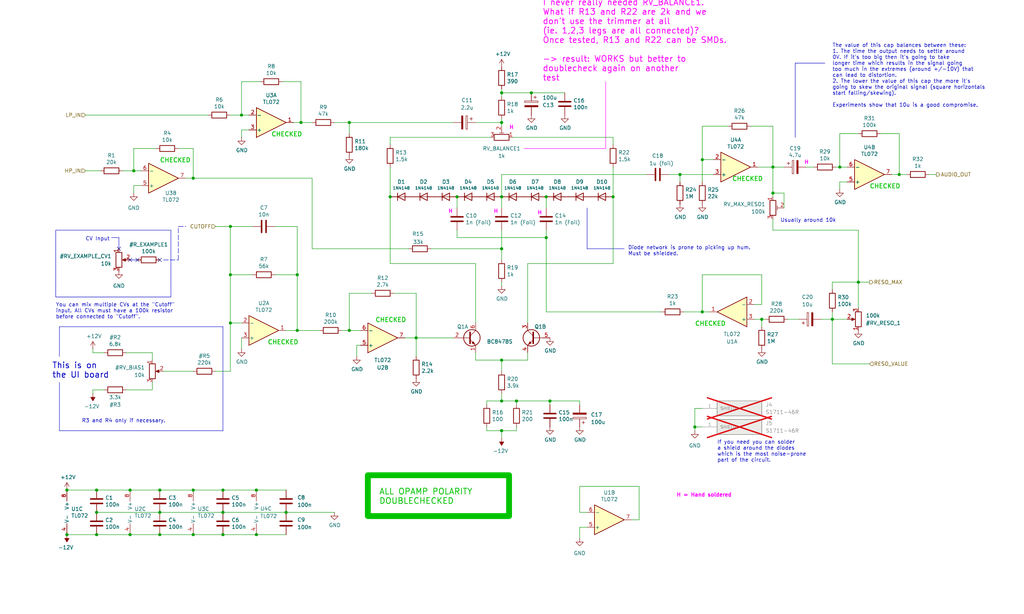
<source format=kicad_sch>
(kicad_sch (version 20250114) (generator "eeschema") (generator_version "9.0")
  (paper "User" 350 210)
  (title_block (title "Steiner-Parker VCF") (date "2025-12-11") (company "Shmøergh"))
  (rectangle (start 125.73 162.56) (end 173.99 176.53) (stroke (width 2) (color 0 194 0 1)))
  (rectangle (start 19.05 78.74) (end 58.42 101.6))
  (text "R3 and R4 only if necessary." (at 27.94 144.78 0) (effects (font (size 1.27 1.27)) (justify left bottom)))
  (text "H" (at 173.99 44.45 0) (effects (font (size 1.27 1.27) (thickness 0.254) (bold yes)) (justify left bottom)))
  (text "CHECKED" (at 237.49 111.76 0) (effects (font (size 1.5 1.5) (thickness 0.254) (bold yes)) (justify left bottom)))
  (text "CHECKED" (at 92.71 46.99 0) (effects (font (size 1.5 1.5) (thickness 0.254) (bold yes)) (justify left bottom)))
  (text "CV Input" (at 29.21 82.55 0) (effects (font (size 1.27 1.27)) (justify left bottom)))
  (text "H" (at 168.656 73.152 0) (effects (font (size 1.27 1.27) (thickness 0.254) (bold yes)) (justify left bottom)))
  (text "CHECKED" (at 128.27 110.49 0) (effects (font (size 1.5 1.5) (thickness 0.254) (bold yes)) (justify left bottom)))
  (text "H" (at 274.828 56.388 0) (effects (font (size 1.27 1.27) (thickness 0.254) (bold yes)) (justify left bottom)))
  (text "CHECKED" (at 297.18 64.77 0) (effects (font (size 1.5 1.5) (thickness 0.254) (bold yes)) (justify left bottom)))
  (text "If you need you can solder \na shield around the diodes\nwhich is the most noise-prone\npart of the circuit." (at 245.11 158.242 0) (effects (font (size 1.27 1.27)) (justify left bottom)))
  (text "ALL OPAMP POLARITY\nDOUBLECHECKED" (at 129.54 172.72 0) (effects (font (size 2 2) (thickness 0.254) (bold yes)) (justify left bottom)))
  (text "CHECKED" (at 54.61 55.88 0) (effects (font (size 1.5 1.5) (thickness 0.254) (bold yes)) (justify left bottom)))
  (text "CHECKED" (at 250.19 62.23 0) (effects (font (size 1.5 1.5) (thickness 0.254) (bold yes)) (justify left bottom)))
  (text "This is on \nthe UI board" (at 17.78 129.54 0) (effects (font (size 2 2) (thickness 0.254) (bold yes)) (justify left bottom)))
  (text "CHECKED" (at 91.44 118.11 0) (effects (font (size 1.5 1.5) (thickness 0.254) (bold yes)) (justify left bottom)))
  (text "Diode network is prone to picking up hum. \nMust be shielded." (at 214.63 87.63 0) (effects (font (size 1.27 1.27)) (justify left bottom)))
  (text "H" (at 183.642 73.66 0) (effects (font (size 1.27 1.27) (thickness 0.254) (bold yes)) (justify left bottom)))
  (text "H" (at 153.162 73.152 0) (effects (font (size 1.27 1.27) (thickness 0.254) (bold yes)) (justify left bottom)))
  (text "You can mix multiple CVs at the \"Cutoff\" \ninput. All CVs must have a 100k resistor \nbefore connected to \"Cutoff\"." (at 19.05 109.22 0) (effects (font (size 1.27 1.27)) (justify left bottom)))
  (text "The value of this cap balances between these:\n1. The time the output needs to settle around\n0V. If it's too big then it's going to take\nlonger time which results in the signal going \ntoo much in the extremes (around +/-10V) that\ncan lead to distortion.\n2. The lower the value of this cap the more it's\ngoing to skew the original signal (square horizontals\nstart falling/skewing).\n\nExperiments show that 10u is a good compromise." (at 284.48 36.83 0) (effects (font (size 1.27 1.27)) (justify left bottom)))
  (text "Usually around 10k" (at 266.7 76.2 0) (effects (font (size 1.27 1.27)) (justify left bottom)))
  (text "H = Hand soldered" (at 231.14 170.18 0) (effects (font (size 1.27 1.27) (thickness 0.254) (bold yes)) (justify left bottom)))
  (text "TEST:\nI never really needed RV_BALANCE1. \nWhat if R13 and R22 are 2k and we\ndon't use the trimmer at all \n(ie. 1,2,3 legs are all connected)?\nOnce tested, R13 and R22 can be SMDs.\n\n-> result: WORKS but better to \ndoublecheck again on another\ntest" (at 185.42 27.94 0) (effects (font (size 2 2) (thickness 0.254) (bold yes)) (justify left bottom)))
  (junction (at 101.6 93.98))
  (junction (at 33.02 182.88))
  (junction (at 156.21 67.31))
  (junction (at 87.63 167.64))
  (junction (at 76.2 175.26))
  (junction (at 284.48 109.22))
  (junction (at 171.45 67.31))
  (junction (at 22.86 182.88))
  (junction (at 307.34 59.69))
  (junction (at 264.16 66.04))
  (junction (at 45.72 58.42))
  (junction (at 142.24 115.57))
  (junction (at 176.53 137.16))
  (junction (at 54.61 182.88))
  (junction (at 240.03 106.68))
  (junction (at 186.69 81.28))
  (junction (at 66.04 60.96))
  (junction (at 87.63 182.88))
  (junction (at 102.87 41.91))
  (junction (at 76.2 167.64))
  (junction (at 287.02 57.15))
  (junction (at 119.38 113.03))
  (junction (at 133.35 67.31))
  (junction (at 260.35 109.22))
  (junction (at 78.74 110.49))
  (junction (at 44.45 167.64))
  (junction (at 54.61 175.26))
  (junction (at 232.41 59.69))
  (junction (at 76.2 182.88))
  (junction (at 33.02 175.26))
  (junction (at 97.79 175.26))
  (junction (at 54.61 167.64))
  (junction (at 66.04 167.64))
  (junction (at 171.45 85.09))
  (junction (at 293.37 96.52))
  (junction (at 82.55 39.37))
  (junction (at 171.45 147.32))
  (junction (at 181.61 31.75))
  (junction (at 171.45 41.91))
  (junction (at 186.69 67.31))
  (junction (at 264.16 57.15))
  (junction (at 78.74 93.98))
  (junction (at 119.38 41.91))
  (junction (at 171.45 31.75))
  (junction (at 44.45 182.88))
  (junction (at 101.6 113.03))
  (junction (at 237.49 146.05))
  (junction (at 240.03 54.61))
  (junction (at 187.96 137.16))
  (junction (at 78.74 77.47))
  (junction (at 22.86 167.64))
  (junction (at 33.02 167.64))
  (junction (at 171.45 137.16))
  (junction (at 171.45 123.19))
  (junction (at 209.55 67.31))
  (junction (at 66.04 182.88))
  (no_connect (at 40.64 85.09))
  (no_connect (at 54.61 88.9))
  (no_connect (at 46.99 88.9))
  (no_connect (at 44.45 88.9))
  (wire (pts (xy 162.56 123.19) (xy 171.45 123.19)))
  (wire (pts (xy 320.04 59.69) (xy 317.5 59.69)))
  (wire (pts (xy 52.07 133.35) (xy 52.07 130.81)))
  (wire (pts (xy 260.35 93.98) (xy 240.03 93.98)))
  (wire (pts (xy 187.96 137.16) (xy 176.53 137.16)))
  (wire (pts (xy 162.56 41.91) (xy 171.45 41.91)))
  (wire (pts (xy 54.61 175.26) (xy 76.2 175.26)))
  (wire (pts (xy 260.35 104.14) (xy 260.35 93.98)))
  (wire (pts (xy 166.37 147.32) (xy 171.45 147.32)))
  (wire (pts (xy 240.03 54.61) (xy 243.84 54.61)))
  (wire (pts (xy 233.68 106.68) (xy 240.03 106.68)))
  (wire (pts (xy 87.63 182.88) (xy 97.79 182.88)))
  (wire (pts (xy 31.75 119.38) (xy 31.75 120.65)))
  (wire (pts (xy 257.81 104.14) (xy 260.35 104.14)))
  (wire (pts (xy 171.45 134.62) (xy 171.45 137.16)))
  (wire (pts (xy 82.55 44.45) (xy 82.55 46.99)))
  (wire (pts (xy 264.16 78.74) (xy 293.37 78.74)))
  (wire (pts (xy 31.75 133.35) (xy 35.56 133.35)))
  (polyline (pts (xy 60.96 88.9) (xy 60.96 77.47)) (stroke (width 0) (type dash)))
  (wire (pts (xy 22.86 182.88) (xy 33.02 182.88)))
  (wire (pts (xy 280.67 109.22) (xy 284.48 109.22)))
  (polyline (pts (xy 76.2 147.32) (xy 20.32 147.32)))
  (wire (pts (xy 96.52 27.94) (xy 102.87 27.94)))
  (wire (pts (xy 123.19 118.11) (xy 121.92 118.11)))
  (wire (pts (xy 293.37 45.72) (xy 287.02 45.72)))
  (wire (pts (xy 171.45 41.91) (xy 171.45 43.18)))
  (wire (pts (xy 43.18 120.65) (xy 52.07 120.65)))
  (wire (pts (xy 45.72 50.8) (xy 45.72 58.42)))
  (wire (pts (xy 119.38 41.91) (xy 154.94 41.91)))
  (wire (pts (xy 60.96 50.8) (xy 66.04 50.8)))
  (wire (pts (xy 156.21 78.74) (xy 156.21 81.28)))
  (wire (pts (xy 156.21 81.28) (xy 186.69 81.28)))
  (wire (pts (xy 119.38 45.72) (xy 119.38 41.91)))
  (wire (pts (xy 171.45 127) (xy 171.45 123.19)))
  (wire (pts (xy 186.69 71.12) (xy 186.69 67.31)))
  (wire (pts (xy 186.69 81.28) (xy 186.69 78.74)))
  (wire (pts (xy 285.75 57.15) (xy 287.02 57.15)))
  (wire (pts (xy 102.87 41.91) (xy 106.68 41.91)))
  (wire (pts (xy 256.54 43.18) (xy 264.16 43.18)))
  (wire (pts (xy 176.53 147.32) (xy 176.53 146.05)))
  (wire (pts (xy 264.16 57.15) (xy 264.16 66.04)))
  (polyline (pts (xy 207.01 27.94) (xy 207.01 50.8)) (stroke (width 0) (type solid) (color 255 0 255 1)))
  (wire (pts (xy 228.6 59.69) (xy 232.41 59.69)))
  (wire (pts (xy 209.55 67.31) (xy 209.55 90.17)))
  (wire (pts (xy 264.16 74.93) (xy 264.16 78.74)))
  (wire (pts (xy 171.45 123.19) (xy 180.34 123.19)))
  (wire (pts (xy 309.88 59.69) (xy 307.34 59.69)))
  (wire (pts (xy 133.35 90.17) (xy 162.56 90.17)))
  (wire (pts (xy 109.22 113.03) (xy 101.6 113.03)))
  (polyline (pts (xy 60.96 77.47) (xy 63.5 77.47)) (stroke (width 0) (type dash)))
  (wire (pts (xy 142.24 115.57) (xy 138.43 115.57)))
  (wire (pts (xy 43.18 133.35) (xy 52.07 133.35)))
  (wire (pts (xy 97.79 175.26) (xy 114.3 175.26)))
  (wire (pts (xy 101.6 93.98) (xy 101.6 113.03)))
  (wire (pts (xy 307.34 59.69) (xy 304.8 59.69)))
  (polyline (pts (xy 200.66 71.12) (xy 200.66 85.09)))
  (wire (pts (xy 106.68 85.09) (xy 106.68 60.96)))
  (wire (pts (xy 142.24 100.33) (xy 142.24 115.57)))
  (wire (pts (xy 101.6 77.47) (xy 101.6 93.98)))
  (wire (pts (xy 82.55 39.37) (xy 85.09 39.37)))
  (wire (pts (xy 167.64 46.99) (xy 133.35 46.99)))
  (wire (pts (xy 171.45 85.09) (xy 171.45 88.9)))
  (polyline (pts (xy 20.32 121.92) (xy 20.32 111.76)))
  (wire (pts (xy 287.02 57.15) (xy 289.56 57.15)))
  (wire (pts (xy 187.96 137.16) (xy 187.96 138.43)))
  (wire (pts (xy 44.45 182.88) (xy 54.61 182.88)))
  (wire (pts (xy 171.45 31.75) (xy 171.45 33.02)))
  (wire (pts (xy 78.74 39.37) (xy 82.55 39.37)))
  (wire (pts (xy 171.45 147.32) (xy 176.53 147.32)))
  (wire (pts (xy 76.2 167.64) (xy 87.63 167.64)))
  (wire (pts (xy 307.34 45.72) (xy 307.34 59.69)))
  (wire (pts (xy 261.62 109.22) (xy 260.35 109.22)))
  (wire (pts (xy 133.35 67.31) (xy 133.35 90.17)))
  (wire (pts (xy 237.49 139.7) (xy 237.49 146.05)))
  (wire (pts (xy 237.49 146.05) (xy 240.03 146.05)))
  (polyline (pts (xy 271.78 21.59) (xy 271.78 46.99)))
  (wire (pts (xy 78.74 93.98) (xy 78.74 110.49)))
  (wire (pts (xy 134.62 100.33) (xy 142.24 100.33)))
  (polyline (pts (xy 281.94 21.59) (xy 271.78 21.59)))
  (wire (pts (xy 101.6 113.03) (xy 97.79 113.03)))
  (wire (pts (xy 66.04 182.88) (xy 76.2 182.88)))
  (wire (pts (xy 114.3 41.91) (xy 119.38 41.91)))
  (wire (pts (xy 260.35 109.22) (xy 257.81 109.22)))
  (wire (pts (xy 29.21 58.42) (xy 34.29 58.42)))
  (wire (pts (xy 171.45 97.79) (xy 171.45 96.52)))
  (wire (pts (xy 100.33 41.91) (xy 102.87 41.91)))
  (wire (pts (xy 284.48 109.22) (xy 289.56 109.22)))
  (wire (pts (xy 240.03 43.18) (xy 240.03 54.61)))
  (wire (pts (xy 29.21 39.37) (xy 71.12 39.37)))
  (wire (pts (xy 127 100.33) (xy 119.38 100.33)))
  (wire (pts (xy 171.45 30.48) (xy 171.45 31.75)))
  (wire (pts (xy 76.2 175.26) (xy 97.79 175.26)))
  (wire (pts (xy 180.34 110.49) (xy 180.34 90.17)))
  (wire (pts (xy 171.45 31.75) (xy 181.61 31.75)))
  (wire (pts (xy 54.61 182.88) (xy 66.04 182.88)))
  (wire (pts (xy 284.48 106.68) (xy 284.48 109.22)))
  (wire (pts (xy 278.13 57.15) (xy 275.59 57.15)))
  (wire (pts (xy 297.18 124.46) (xy 284.48 124.46)))
  (wire (pts (xy 119.38 100.33) (xy 119.38 113.03)))
  (polyline (pts (xy 55.88 88.9) (xy 60.96 88.9)) (stroke (width 0) (type dash)))
  (wire (pts (xy 66.04 167.64) (xy 76.2 167.64)))
  (wire (pts (xy 293.37 78.74) (xy 293.37 96.52)))
  (wire (pts (xy 121.92 118.11) (xy 121.92 121.92)))
  (wire (pts (xy 93.98 77.47) (xy 101.6 77.47)))
  (wire (pts (xy 232.41 62.23) (xy 232.41 59.69)))
  (wire (pts (xy 166.37 137.16) (xy 166.37 138.43)))
  (wire (pts (xy 171.45 149.86) (xy 171.45 147.32)))
  (wire (pts (xy 240.03 139.7) (xy 237.49 139.7)))
  (wire (pts (xy 133.35 46.99) (xy 133.35 49.53)))
  (wire (pts (xy 171.45 78.74) (xy 171.45 85.09)))
  (wire (pts (xy 176.53 138.43) (xy 176.53 137.16)))
  (polyline (pts (xy 44.45 88.9) (xy 46.99 88.9)))
  (wire (pts (xy 55.88 127) (xy 66.04 127)))
  (wire (pts (xy 93.98 93.98) (xy 101.6 93.98)))
  (wire (pts (xy 78.74 77.47) (xy 78.74 93.98)))
  (wire (pts (xy 198.12 166.37) (xy 198.12 175.26)))
  (wire (pts (xy 119.38 113.03) (xy 123.19 113.03)))
  (wire (pts (xy 78.74 110.49) (xy 82.55 110.49)))
  (wire (pts (xy 133.35 57.15) (xy 133.35 67.31)))
  (wire (pts (xy 166.37 146.05) (xy 166.37 147.32)))
  (wire (pts (xy 48.26 63.5) (xy 45.72 63.5)))
  (wire (pts (xy 243.84 59.69) (xy 232.41 59.69)))
  (wire (pts (xy 287.02 45.72) (xy 287.02 57.15)))
  (wire (pts (xy 267.97 71.12) (xy 267.97 66.04)))
  (wire (pts (xy 86.36 93.98) (xy 78.74 93.98)))
  (wire (pts (xy 85.09 44.45) (xy 82.55 44.45)))
  (wire (pts (xy 44.45 167.64) (xy 54.61 167.64)))
  (wire (pts (xy 116.84 113.03) (xy 119.38 113.03)))
  (wire (pts (xy 171.45 67.31) (xy 171.45 71.12)))
  (wire (pts (xy 82.55 115.57) (xy 82.55 119.38)))
  (wire (pts (xy 54.61 167.64) (xy 66.04 167.64)))
  (wire (pts (xy 300.99 45.72) (xy 307.34 45.72)))
  (wire (pts (xy 53.34 50.8) (xy 45.72 50.8)))
  (wire (pts (xy 180.34 123.19) (xy 180.34 120.65)))
  (wire (pts (xy 66.04 60.96) (xy 63.5 60.96)))
  (wire (pts (xy 198.12 137.16) (xy 187.96 137.16)))
  (wire (pts (xy 33.02 175.26) (xy 54.61 175.26)))
  (wire (pts (xy 180.34 90.17) (xy 209.55 90.17)))
  (wire (pts (xy 106.68 60.96) (xy 66.04 60.96)))
  (wire (pts (xy 76.2 182.88) (xy 87.63 182.88)))
  (polyline (pts (xy 40.64 81.28) (xy 40.64 85.09)))
  (wire (pts (xy 33.02 167.64) (xy 44.45 167.64)))
  (polyline (pts (xy 179.07 50.8) (xy 207.01 50.8)) (stroke (width 0) (type solid) (color 255 0 255 1)))
  (wire (pts (xy 284.48 109.22) (xy 284.48 124.46)))
  (wire (pts (xy 181.61 31.75) (xy 193.04 31.75)))
  (wire (pts (xy 293.37 96.52) (xy 297.18 96.52)))
  (wire (pts (xy 237.49 146.05) (xy 237.49 147.32)))
  (wire (pts (xy 162.56 90.17) (xy 162.56 110.49)))
  (wire (pts (xy 171.45 40.64) (xy 171.45 41.91)))
  (wire (pts (xy 106.68 85.09) (xy 139.7 85.09)))
  (wire (pts (xy 102.87 27.94) (xy 102.87 41.91)))
  (wire (pts (xy 171.45 59.69) (xy 171.45 67.31)))
  (wire (pts (xy 215.9 177.8) (xy 218.44 177.8)))
  (wire (pts (xy 273.05 109.22) (xy 269.24 109.22)))
  (wire (pts (xy 175.26 46.99) (xy 209.55 46.99)))
  (wire (pts (xy 31.75 134.62) (xy 31.75 133.35)))
  (wire (pts (xy 264.16 57.15) (xy 259.08 57.15)))
  (polyline (pts (xy 200.66 85.09) (xy 213.36 85.09)))
  (wire (pts (xy 198.12 138.43) (xy 198.12 137.16)))
  (wire (pts (xy 66.04 50.8) (xy 66.04 60.96)))
  (wire (pts (xy 88.9 27.94) (xy 82.55 27.94)))
  (wire (pts (xy 264.16 43.18) (xy 264.16 57.15)))
  (wire (pts (xy 154.94 115.57) (xy 142.24 115.57)))
  (wire (pts (xy 248.92 43.18) (xy 240.03 43.18)))
  (wire (pts (xy 87.63 167.64) (xy 97.79 167.64)))
  (wire (pts (xy 86.36 77.47) (xy 78.74 77.47)))
  (wire (pts (xy 45.72 58.42) (xy 48.26 58.42)))
  (wire (pts (xy 156.21 71.12) (xy 156.21 67.31)))
  (wire (pts (xy 198.12 184.15) (xy 198.12 180.34)))
  (wire (pts (xy 240.03 62.23) (xy 240.03 54.61)))
  (polyline (pts (xy 20.32 130.81) (xy 20.32 147.32)))
  (wire (pts (xy 82.55 27.94) (xy 82.55 39.37)))
  (wire (pts (xy 218.44 177.8) (xy 218.44 166.37)))
  (wire (pts (xy 209.55 57.15) (xy 209.55 67.31)))
  (wire (pts (xy 198.12 175.26) (xy 200.66 175.26)))
  (wire (pts (xy 240.03 93.98) (xy 240.03 106.68)))
  (wire (pts (xy 284.48 96.52) (xy 293.37 96.52)))
  (wire (pts (xy 289.56 62.23) (xy 287.02 62.23)))
  (wire (pts (xy 33.02 167.64) (xy 22.86 167.64)))
  (wire (pts (xy 284.48 99.06) (xy 284.48 96.52)))
  (wire (pts (xy 171.45 137.16) (xy 166.37 137.16)))
  (wire (pts (xy 260.35 111.76) (xy 260.35 109.22)))
  (wire (pts (xy 33.02 182.88) (xy 44.45 182.88)))
  (wire (pts (xy 293.37 96.52) (xy 293.37 105.41)))
  (wire (pts (xy 73.66 77.47) (xy 78.74 77.47)))
  (wire (pts (xy 52.07 120.65) (xy 52.07 123.19)))
  (wire (pts (xy 287.02 62.23) (xy 287.02 64.77)))
  (wire (pts (xy 162.56 120.65) (xy 162.56 123.19)))
  (polyline (pts (xy 38.1 81.28) (xy 40.64 81.28)))
  (wire (pts (xy 41.91 58.42) (xy 45.72 58.42)))
  (wire (pts (xy 226.06 106.68) (xy 186.69 106.68)))
  (wire (pts (xy 186.69 106.68) (xy 186.69 81.28)))
  (wire (pts (xy 73.66 127) (xy 78.74 127)))
  (polyline (pts (xy 76.2 111.76) (xy 76.2 147.32)))
  (wire (pts (xy 147.32 85.09) (xy 171.45 85.09)))
  (wire (pts (xy 267.97 66.04) (xy 264.16 66.04)))
  (wire (pts (xy 218.44 166.37) (xy 198.12 166.37)))
  (wire (pts (xy 209.55 46.99) (xy 209.55 49.53)))
  (wire (pts (xy 198.12 180.34) (xy 200.66 180.34)))
  (wire (pts (xy 267.97 57.15) (xy 264.16 57.15)))
  (polyline (pts (xy 20.32 111.76) (xy 76.2 111.76)))
  (wire (pts (xy 240.03 106.68) (xy 242.57 106.68)))
  (wire (pts (xy 45.72 63.5) (xy 45.72 66.04)))
  (wire (pts (xy 31.75 120.65) (xy 35.56 120.65)))
  (wire (pts (xy 78.74 127) (xy 78.74 110.49)))
  (wire (pts (xy 176.53 137.16) (xy 171.45 137.16)))
  (wire (pts (xy 142.24 121.92) (xy 142.24 115.57)))
  (wire (pts (xy 264.16 66.04) (xy 264.16 67.31)))
  (wire (pts (xy 171.45 59.69) (xy 220.98 59.69)))
  (hierarchical_label "RESO_MAX" (shape output) (at 297.18 96.52 0))
  (hierarchical_label "CUTOFF" (shape input) (at 73.66 77.47 180))
  (hierarchical_label "AUDIO_OUT" (shape output) (at 320.04 59.69 0))
  (hierarchical_label "HP_IN" (shape input) (at 29.21 58.42 180))
  (hierarchical_label "RESO_VALUE" (shape input) (at 297.18 124.46 0))
  (hierarchical_label "LP_IN" (shape input) (at 29.21 39.37 180))
  (symbol (lib_id "Amplifier_Operational:TL072") (at 90.17 113.03 0) (mirror x) (unit 1)
    (property "Reference" "U2" (at 90.17 103.7082 0))
    (property "Value" "TL072" (at 90.17 106.0196 0))
    (property "Footprint" "Package_SO:SOIC-8_3.9x4.9mm_P1.27mm" (effects (hide yes)))
    (property "Datasheet" "http://www.ti.com/lit/ds/symlink/tl071.pdf" (effects (hide yes)))
    (property "LCSC" "C6961" (effects (hide yes)))
    (property "Vendor" "JLCPCB" (effects (hide yes)))
    (property "CHECKED" "YES" (effects (hide yes)))
  )
  (symbol (lib_id "Amplifier_Operational:TL072") (at 208.28 177.8 0) (mirror x) (unit 2)
    (property "Reference" "U1" (at 208.28 168.4782 0))
    (property "Value" "TL072" (at 208.28 170.7896 0))
    (property "Footprint" "Package_SO:SOIC-8_3.9x4.9mm_P1.27mm" (effects (hide yes)))
    (property "Datasheet" "http://www.ti.com/lit/ds/symlink/tl071.pdf" (effects (hide yes)))
    (property "LCSC" "C6961" (effects (hide yes)))
    (property "Vendor" "JLCPCB" (effects (hide yes)))
    (property "CHECKED" "YES" (effects (hide yes)))
  )
  (symbol (lib_id "Amplifier_Operational:TL072") (at 25.4 175.26 0) (unit 3)
    (property "Reference" "U1" (at 24.3332 174.0916 0) (effects (justify left)))
    (property "Value" "TL072" (at 24.3332 176.403 0) (effects (justify left)))
    (property "Footprint" "Package_SO:SOIC-8_3.9x4.9mm_P1.27mm" (effects (hide yes)))
    (property "Datasheet" "http://www.ti.com/lit/ds/symlink/tl071.pdf" (effects (hide yes)))
    (property "LCSC" "C6961" (effects (hide yes)))
    (property "Vendor" "JLCPCB" (effects (hide yes)))
    (property "CHECKED" "YES" (effects (hide yes)))
  )
  (symbol (lib_id "power:+12V") (at 22.86 167.64 0) (unit 1)
    (property "Reference" "#PWR03" (effects (hide yes)))
    (property "Value" "+12V" (at 23.241 163.2458 0))
    (property "Description" "Power symbol creates a global label with name \"+12V\"" (effects (hide yes)))
  )
  (symbol (lib_id "power:-12V") (at 22.86 182.88 180) (unit 1)
    (property "Reference" "#PWR04" (effects (hide yes)))
    (property "Value" "-12V" (at 22.479 187.2742 0))
    (property "Description" "Power symbol creates a global label with name \"-12V\"" (effects (hide yes)))
  )
  (symbol (lib_id "Device:C") (at 33.02 171.45 0) (unit 1)
    (property "Reference" "C1" (at 35.941 170.2816 0) (effects (justify left)))
    (property "Value" "100n" (at 35.941 172.593 0) (effects (justify left)))
    (property "Footprint" "Capacitor_SMD:C_0603_1608Metric" (effects (hide yes)))
    (property "LCSC" "C14663" (effects (hide yes)))
    (property "Vendor" "JLCPCB" (effects (hide yes)))
    (property "CHECKED" "YES" (effects (hide yes)))
  )
  (symbol (lib_id "power:GND") (at 114.3 175.26 0) (unit 1)
    (property "Reference" "#PWR011" (effects (hide yes)))
    (property "Value" "GND" (at 114.427 179.6542 0))
    (property "Description" "Power symbol creates a global label with name \"GND\" , ground" (effects (hide yes)))
  )
  (symbol (lib_id "Device:R") (at 69.85 127 270) (unit 1)
    (property "Reference" "#R5" (at 69.85 121.7422 90))
    (property "Value" "220k" (at 69.85 124.0536 90))
    (property "Footprint" "Resistor_SMD:R_0603_1608Metric_Pad0.98x0.95mm_HandSolder" (effects (hide yes)))
    (property "LCSC" "C22961" (effects (hide yes)))
    (property "Vendor" "JLCPCB" (effects (hide yes)))
  )
  (symbol (lib_id "Device:R") (at 39.37 120.65 270) (unit 1)
    (property "Reference" "#R2" (at 39.37 115.3922 90))
    (property "Value" "6.8k" (at 39.37 117.7036 90))
    (property "Footprint" "Shmoergh_Custom_Footprints:R_Axial_DIN0207_L6.3mm_D2.5mm_P7.62mm_Horizontal" (effects (hide yes)))
    (property "Part No." "603-CFR-25JB-52-6K8" (effects (hide yes)))
    (property "Part URL" "https://mou.sr/3FwCIPM" (effects (hide yes)))
    (property "Vendor" "Mouser" (effects (hide yes)))
  )
  (symbol (lib_id "Device:R") (at 39.37 133.35 270) (unit 1)
    (property "Reference" "#R3" (at 39.37 138.43 90))
    (property "Value" "3.3k" (at 39.37 135.89 90))
    (property "Footprint" "Shmoergh_Custom_Footprints:R_Axial_DIN0207_L6.3mm_D2.5mm_P7.62mm_Horizontal" (effects (hide yes)))
    (property "Part No." "603-CFR-25JB-52-3K3" (effects (hide yes)))
    (property "Part URL" "https://mou.sr/4bzT0TY" (effects (hide yes)))
    (property "Vendor" "Mouser" (effects (hide yes)))
  )
  (symbol (lib_id "power:-12V") (at 31.75 134.62 180) (unit 1)
    (property "Reference" "#PWR06" (effects (hide yes)))
    (property "Value" "-12V" (at 31.369 139.0142 0))
    (property "Description" "Power symbol creates a global label with name \"-12V\"" (effects (hide yes)))
  )
  (symbol (lib_id "power:+12V") (at 31.75 119.38 0) (unit 1)
    (property "Reference" "#PWR05" (effects (hide yes)))
    (property "Value" "+12V" (at 32.131 114.9858 0))
    (property "Description" "Power symbol creates a global label with name \"+12V\"" (effects (hide yes)))
  )
  (symbol (lib_id "power:GND") (at 82.55 119.38 0) (unit 1)
    (property "Reference" "#PWR010" (effects (hide yes)))
    (property "Value" "GND" (at 82.677 123.7742 0))
    (property "Description" "Power symbol creates a global label with name \"GND\" , ground" (effects (hide yes)))
  )
  (symbol (lib_id "Device:R") (at 90.17 93.98 270) (unit 1)
    (property "Reference" "R7" (at 90.17 88.7222 90))
    (property "Value" "56k" (at 90.17 91.0336 90))
    (property "Footprint" "Resistor_SMD:R_0603_1608Metric_Pad0.98x0.95mm_HandSolder" (effects (hide yes)))
    (property "LCSC" "C23206" (effects (hide yes)))
    (property "Vendor" "JLCPCB" (effects (hide yes)))
    (property "CHECKED" "YES" (effects (hide yes)))
  )
  (symbol (lib_id "Device:R") (at 113.03 113.03 270) (unit 1)
    (property "Reference" "R10" (at 113.03 107.7722 90))
    (property "Value" "200k" (at 113.03 110.0836 90))
    (property "Footprint" "Resistor_SMD:R_0603_1608Metric_Pad0.98x0.95mm_HandSolder" (effects (hide yes)))
    (property "LCSC" "C25811" (effects (hide yes)))
    (property "Vendor" "JLCPCB" (effects (hide yes)))
    (property "CHECKED" "YES" (effects (hide yes)))
  )
  (symbol (lib_id "Device:R") (at 130.81 100.33 270) (unit 1)
    (property "Reference" "R12" (at 130.81 95.0722 90))
    (property "Value" "2.7k" (at 130.81 97.3836 90))
    (property "Footprint" "Resistor_SMD:R_0603_1608Metric_Pad0.98x0.95mm_HandSolder" (effects (hide yes)))
    (property "LCSC" "C13167" (effects (hide yes)))
    (property "Vendor" "JLCPCB" (effects (hide yes)))
    (property "CHECKED" "YES" (effects (hide yes)))
  )
  (symbol (lib_id "Device:R") (at 142.24 125.73 0) (unit 1)
    (property "Reference" "R14" (at 144.018 124.5616 0) (effects (justify left)))
    (property "Value" "2.2k" (at 144.018 126.873 0) (effects (justify left)))
    (property "Footprint" "Resistor_SMD:R_0603_1608Metric_Pad0.98x0.95mm_HandSolder" (effects (hide yes)))
    (property "LCSC" "C4190" (effects (hide yes)))
    (property "Vendor" "JLCPCB" (effects (hide yes)))
    (property "CHECKED" "YES" (effects (hide yes)))
  )
  (symbol (lib_id "power:GND") (at 142.24 129.54 0) (unit 1)
    (property "Reference" "#PWR014" (effects (hide yes)))
    (property "Value" "GND" (at 142.367 133.9342 0))
    (property "Description" "Power symbol creates a global label with name \"GND\" , ground" (effects (hide yes)))
  )
  (symbol (lib_id "power:GND") (at 121.92 121.92 0) (unit 1)
    (property "Reference" "#PWR013" (effects (hide yes)))
    (property "Value" "GND" (at 122.047 126.3142 0))
    (property "Description" "Power symbol creates a global label with name \"GND\" , ground" (effects (hide yes)))
  )
  (symbol (lib_id "Device:R") (at 171.45 130.81 0) (unit 1)
    (property "Reference" "R20" (at 173.228 129.6416 0) (effects (justify left)))
    (property "Value" "3.9k" (at 173.228 131.953 0) (effects (justify left)))
    (property "Footprint" "Resistor_SMD:R_0603_1608Metric_Pad0.98x0.95mm_HandSolder" (effects (hide yes)))
    (property "LCSC" "C23018" (effects (hide yes)))
    (property "Vendor" "JLCPCB" (effects (hide yes)))
    (property "CHECKED" "YES" (effects (hide yes)))
  )
  (symbol (lib_id "Device:R") (at 166.37 142.24 0) (unit 1)
    (property "Reference" "R16" (at 168.148 141.0716 0) (effects (justify left)))
    (property "Value" "100" (at 168.148 143.383 0) (effects (justify left)))
    (property "Footprint" "Resistor_SMD:R_0603_1608Metric_Pad0.98x0.95mm_HandSolder" (effects (hide yes)))
    (property "LCSC" "C22775" (effects (hide yes)))
    (property "Vendor" "JLCPCB" (effects (hide yes)))
    (property "CHECKED" "YES" (effects (hide yes)))
  )
  (symbol (lib_id "Device:R") (at 176.53 142.24 0) (unit 1)
    (property "Reference" "R21" (at 178.308 141.0716 0) (effects (justify left)))
    (property "Value" "200" (at 178.308 143.383 0) (effects (justify left)))
    (property "Footprint" "Resistor_SMD:R_0603_1608Metric_Pad0.98x0.95mm_HandSolder" (effects (hide yes)))
    (property "LCSC" "C8218" (effects (hide yes)))
    (property "Vendor" "JLCPCB" (effects (hide yes)))
    (property "CHECKED" "YES" (effects (hide yes)))
  )
  (symbol (lib_id "power:GND") (at 198.12 146.05 0) (unit 1)
    (property "Reference" "#PWR022" (effects (hide yes)))
    (property "Value" "GND" (at 198.247 150.4442 0))
    (property "Description" "Power symbol creates a global label with name \"GND\" , ground" (effects (hide yes)))
  )
  (symbol (lib_id "Device:C") (at 156.21 74.93 0) (unit 1)
    (property "Reference" "C10" (at 159.131 73.7616 0) (effects (justify left)))
    (property "Value" "1n (Foil)" (at 159.131 76.073 0) (effects (justify left)))
    (property "Footprint" "Capacitor_THT:C_Rect_L7.0mm_W2.5mm_P5.00mm" (effects (hide yes)))
    (property "Part URL" "https://mou.sr/3ZRLX4F" (effects (hide yes)))
    (property "Vendor" "Mouser" (effects (hide yes)))
    (property "Part no." "80-R82EC1100SH50J " (effects (hide yes)))
    (property "CHECKED" "YES" (effects (hide yes)))
  )
  (symbol (lib_id "Device:C") (at 171.45 74.93 0) (unit 1)
    (property "Reference" "C12" (at 174.371 73.7616 0) (effects (justify left)))
    (property "Value" "1n (Foil)" (at 174.371 76.073 0) (effects (justify left)))
    (property "Footprint" "Capacitor_THT:C_Rect_L7.0mm_W2.5mm_P5.00mm" (effects (hide yes)))
    (property "Part URL" "https://mou.sr/3ZRLX4F" (effects (hide yes)))
    (property "Vendor" "Mouser" (effects (hide yes)))
    (property "Part no." "80-R82EC1100SH50J " (effects (hide yes)))
    (property "CHECKED" "YES" (effects (hide yes)))
  )
  (symbol (lib_id "Device:C") (at 186.69 74.93 0) (unit 1)
    (property "Reference" "C14" (at 189.611 73.7616 0) (effects (justify left)))
    (property "Value" "1n (Foil)" (at 189.611 76.073 0) (effects (justify left)))
    (property "Footprint" "Capacitor_THT:C_Rect_L7.0mm_W2.5mm_P5.00mm" (effects (hide yes)))
    (property "Part URL" "https://mou.sr/3ZRLX4F" (effects (hide yes)))
    (property "Vendor" "Mouser" (effects (hide yes)))
    (property "Part no." "80-R82EC1100SH50J " (effects (hide yes)))
    (property "CHECKED" "YES" (effects (hide yes)))
  )
  (symbol (lib_id "Device:R") (at 171.45 92.71 0) (unit 1)
    (property "Reference" "R19" (at 173.228 91.5416 0) (effects (justify left)))
    (property "Value" "1k" (at 173.228 93.853 0) (effects (justify left)))
    (property "Footprint" "Resistor_SMD:R_0603_1608Metric_Pad0.98x0.95mm_HandSolder" (effects (hide yes)))
    (property "LCSC" "C21190" (effects (hide yes)))
    (property "Vendor" "JLCPCB" (effects (hide yes)))
    (property "CHECKED" "YES" (effects (hide yes)))
  )
  (symbol (lib_id "power:GND") (at 171.45 97.79 0) (unit 1)
    (property "Reference" "#PWR016" (effects (hide yes)))
    (property "Value" "GND" (at 171.577 102.1842 0))
    (property "Description" "Power symbol creates a global label with name \"GND\" , ground" (effects (hide yes)))
  )
  (symbol (lib_id "Device:D") (at 137.16 67.31 0) (unit 1)
    (property "Reference" "D1" (at 137.16 62.2046 0))
    (property "Value" "1N4148" (at 137.16 64.3128 0) (effects (font (size 0.9906 0.9906))))
    (property "Footprint" "Diode_SMD:D_SOD-123" (effects (hide yes)))
    (property "LCSC" "C81598" (effects (hide yes)))
    (property "Sim.Device" "D" (effects (hide yes)))
    (property "Sim.Pins" "1=K 2=A" (effects (hide yes)))
    (property "Vendor" "JLCPCB" (effects (hide yes)))
    (property "CHECKED" "YES" (effects (hide yes)))
  )
  (symbol (lib_id "Device:R") (at 133.35 53.34 0) (unit 1)
    (property "Reference" "R13" (at 135.128 52.1716 0) (effects (justify left)))
    (property "Value" "1.5k" (at 135.128 54.483 0) (effects (justify left)))
    (property "Footprint" "Resistor_SMD:R_0603_1608Metric_Pad0.98x0.95mm_HandSolder" (effects (hide yes)))
    (property "LCSC" "C22843" (effects (hide yes)))
    (property "Vendor" "JLCPCB" (effects (hide yes)))
    (property "CHECKED" "YES" (effects (hide yes)))
  )
  (symbol (lib_id "Device:R") (at 209.55 53.34 0) (unit 1)
    (property "Reference" "R22" (at 211.328 52.1716 0) (effects (justify left)))
    (property "Value" "1.5k" (at 211.328 54.483 0) (effects (justify left)))
    (property "Footprint" "Resistor_SMD:R_0603_1608Metric_Pad0.98x0.95mm_HandSolder" (effects (hide yes)))
    (property "LCSC" "C22843" (effects (hide yes)))
    (property "Vendor" "JLCPCB" (effects (hide yes)))
    (property "CHECKED" "YES" (effects (hide yes)))
  )
  (symbol (lib_id "power:GND") (at 187.96 115.57 0) (unit 1)
    (property "Reference" "#PWR019" (effects (hide yes)))
    (property "Value" "GND" (at 188.087 119.9642 0))
    (property "Description" "Power symbol creates a global label with name \"GND\" , ground" (effects (hide yes)))
  )
  (symbol (lib_id "power:-12V") (at 171.45 149.86 180) (unit 1)
    (property "Reference" "#PWR017" (effects (hide yes)))
    (property "Value" "-12V" (at 171.069 154.2542 0))
    (property "Description" "Power symbol creates a global label with name \"-12V\"" (effects (hide yes)))
  )
  (symbol (lib_id "Device:R") (at 171.45 36.83 0) (unit 1)
    (property "Reference" "R18" (at 173.228 35.6616 0) (effects (justify left)))
    (property "Value" "1k" (at 173.228 37.973 0) (effects (justify left)))
    (property "Footprint" "Resistor_SMD:R_0603_1608Metric_Pad0.98x0.95mm_HandSolder" (effects (hide yes)))
    (property "LCSC" "C21190" (effects (hide yes)))
    (property "Vendor" "JLCPCB" (effects (hide yes)))
    (property "CHECKED" "YES" (effects (hide yes)))
  )
  (symbol (lib_id "Device:R") (at 171.45 26.67 0) (unit 1)
    (property "Reference" "R17" (at 173.228 25.5016 0) (effects (justify left)))
    (property "Value" "390" (at 173.228 27.813 0) (effects (justify left)))
    (property "Footprint" "Resistor_SMD:R_0603_1608Metric_Pad0.98x0.95mm_HandSolder" (effects (hide yes)))
    (property "LCSC" "C23151" (effects (hide yes)))
    (property "Vendor" "JLCPCB" (effects (hide yes)))
    (property "CHECKED" "YES" (effects (hide yes)))
  )
  (symbol (lib_id "power:GND") (at 181.61 39.37 0) (unit 1)
    (property "Reference" "#PWR018" (effects (hide yes)))
    (property "Value" "GND" (at 181.737 43.7642 0))
    (property "Description" "Power symbol creates a global label with name \"GND\" , ground" (effects (hide yes)))
  )
  (symbol (lib_id "power:+12V") (at 171.45 22.86 0) (unit 1)
    (property "Reference" "#PWR015" (effects (hide yes)))
    (property "Value" "+12V" (at 171.831 18.4658 0))
    (property "Description" "Power symbol creates a global label with name \"+12V\"" (effects (hide yes)))
  )
  (symbol (lib_id "Device:R") (at 119.38 49.53 0) (unit 1)
    (property "Reference" "R11" (at 121.158 48.3616 0) (effects (justify left)))
    (property "Value" "180k" (at 121.158 50.673 0) (effects (justify left)))
    (property "Footprint" "Resistor_SMD:R_0603_1608Metric_Pad0.98x0.95mm_HandSolder" (effects (hide yes)))
    (property "LCSC" "C3016400" (effects (hide yes)))
    (property "Vendor" "JLCPCB" (effects (hide yes)))
    (property "CHECKED" "YES" (effects (hide yes)))
  )
  (symbol (lib_id "power:GND") (at 119.38 53.34 0) (unit 1)
    (property "Reference" "#PWR012" (effects (hide yes)))
    (property "Value" "GND" (at 119.507 57.7342 0))
    (property "Description" "Power symbol creates a global label with name \"GND\" , ground" (effects (hide yes)))
  )
  (symbol (lib_id "Device:R") (at 110.49 41.91 270) (unit 1)
    (property "Reference" "R9" (at 110.49 36.6522 90))
    (property "Value" "47k" (at 110.49 38.9636 90))
    (property "Footprint" "Resistor_SMD:R_0603_1608Metric_Pad0.98x0.95mm_HandSolder" (effects (hide yes)))
    (property "LCSC" "C25819" (effects (hide yes)))
    (property "Vendor" "JLCPCB" (effects (hide yes)))
    (property "CHECKED" "YES" (effects (hide yes)))
  )
  (symbol (lib_id "power:GND") (at 82.55 46.99 0) (unit 1)
    (property "Reference" "#PWR09" (effects (hide yes)))
    (property "Value" "GND" (at 82.677 51.3842 0))
    (property "Description" "Power symbol creates a global label with name \"GND\" , ground" (effects (hide yes)))
  )
  (symbol (lib_id "Device:R") (at 92.71 27.94 270) (unit 1)
    (property "Reference" "R8" (at 92.71 22.6822 90))
    (property "Value" "10k" (at 92.71 24.9936 90))
    (property "Footprint" "Resistor_SMD:R_0603_1608Metric_Pad0.98x0.95mm_HandSolder" (effects (hide yes)))
    (property "LCSC" "C25804" (effects (hide yes)))
    (property "Vendor" "JLCPCB" (effects (hide yes)))
    (property "CHECKED" "YES" (effects (hide yes)))
  )
  (symbol (lib_id "Device:R") (at 74.93 39.37 270) (unit 1)
    (property "Reference" "R6" (at 74.93 34.1122 90))
    (property "Value" "10k" (at 74.93 36.4236 90))
    (property "Footprint" "Resistor_SMD:R_0603_1608Metric_Pad0.98x0.95mm_HandSolder" (effects (hide yes)))
    (property "LCSC" "C25804" (effects (hide yes)))
    (property "Vendor" "JLCPCB" (effects (hide yes)))
    (property "CHECKED" "YES" (effects (hide yes)))
  )
  (symbol (lib_id "Device:C") (at 224.79 59.69 270) (unit 1)
    (property "Reference" "C18" (at 224.79 53.2892 90))
    (property "Value" "1u (foil)" (at 226.06 55.88 90))
    (property "Footprint" "Capacitor_THT:C_Rect_L7.0mm_W4.5mm_P5.00mm" (effects (hide yes)))
    (property "Part URL" "https://mou.sr/48MjAbl" (effects (hide yes)))
    (property "Vendor" "Mouser" (effects (hide yes)))
    (property "Part no." "80-R82CC4100AA60J " (effects (hide yes)))
    (property "CHECKED" "YES" (effects (hide yes)))
  )
  (symbol (lib_id "Device:R") (at 232.41 66.04 0) (unit 1)
    (property "Reference" "R24" (at 234.188 64.8716 0) (effects (justify left)))
    (property "Value" "1M" (at 234.188 67.183 0) (effects (justify left)))
    (property "Footprint" "Resistor_SMD:R_0603_1608Metric_Pad0.98x0.95mm_HandSolder" (effects (hide yes)))
    (property "LCSC" "C22935" (effects (hide yes)))
    (property "Vendor" "JLCPCB" (effects (hide yes)))
    (property "CHECKED" "YES" (effects (hide yes)))
  )
  (symbol (lib_id "power:GND") (at 232.41 69.85 0) (unit 1)
    (property "Reference" "#PWR024" (effects (hide yes)))
    (property "Value" "GND" (at 232.537 74.2442 0))
    (property "Description" "Power symbol creates a global label with name \"GND\" , ground" (effects (hide yes)))
  )
  (symbol (lib_id "Device:R") (at 240.03 66.04 0) (unit 1)
    (property "Reference" "R25" (at 241.808 64.8716 0) (effects (justify left)))
    (property "Value" "22k" (at 241.808 67.183 0) (effects (justify left)))
    (property "Footprint" "Resistor_SMD:R_0603_1608Metric_Pad0.98x0.95mm_HandSolder" (effects (hide yes)))
    (property "LCSC" "C31850" (effects (hide yes)))
    (property "Vendor" "JLCPCB" (effects (hide yes)))
    (property "CHECKED" "YES" (effects (hide yes)))
  )
  (symbol (lib_id "power:GND") (at 240.03 69.85 0) (unit 1)
    (property "Reference" "#PWR026" (effects (hide yes)))
    (property "Value" "GND" (at 240.157 74.2442 0))
    (property "Description" "Power symbol creates a global label with name \"GND\" , ground" (effects (hide yes)))
  )
  (symbol (lib_id "Device:R") (at 252.73 43.18 270) (unit 1)
    (property "Reference" "R26" (at 252.73 37.9222 90))
    (property "Value" "47k" (at 252.73 40.2336 90))
    (property "Footprint" "Resistor_SMD:R_0603_1608Metric_Pad0.98x0.95mm_HandSolder" (effects (hide yes)))
    (property "LCSC" "C25819" (effects (hide yes)))
    (property "Vendor" "JLCPCB" (effects (hide yes)))
    (property "CHECKED" "YES" (effects (hide yes)))
  )
  (symbol (lib_id "Device:R") (at 281.94 57.15 270) (unit 1)
    (property "Reference" "R29" (at 281.94 51.8922 90))
    (property "Value" "10k" (at 281.94 54.2036 90))
    (property "Footprint" "Resistor_SMD:R_0603_1608Metric_Pad0.98x0.95mm_HandSolder" (effects (hide yes)))
    (property "LCSC" "C25804" (effects (hide yes)))
    (property "Vendor" "JLCPCB" (effects (hide yes)))
    (property "CHECKED" "YES" (effects (hide yes)))
  )
  (symbol (lib_id "power:GND") (at 287.02 64.77 0) (unit 1)
    (property "Reference" "#PWR028" (effects (hide yes)))
    (property "Value" "GND" (at 287.147 69.1642 0))
    (property "Description" "Power symbol creates a global label with name \"GND\" , ground" (effects (hide yes)))
  )
  (symbol (lib_id "Device:R") (at 297.18 45.72 270) (unit 1)
    (property "Reference" "R31" (at 297.18 40.4622 90))
    (property "Value" "100k" (at 297.18 42.7736 90))
    (property "Footprint" "Resistor_SMD:R_0603_1608Metric_Pad0.98x0.95mm_HandSolder" (effects (hide yes)))
    (property "LCSC" "C25803" (effects (hide yes)))
    (property "Vendor" "JLCPCB" (effects (hide yes)))
    (property "CHECKED" "YES" (effects (hide yes)))
  )
  (symbol (lib_id "Device:R") (at 313.69 59.69 270) (unit 1)
    (property "Reference" "R32" (at 313.69 54.4322 90))
    (property "Value" "1k" (at 313.69 56.7436 90))
    (property "Footprint" "Resistor_SMD:R_0603_1608Metric_Pad0.98x0.95mm_HandSolder" (effects (hide yes)))
    (property "LCSC" "C21190" (effects (hide yes)))
    (property "Vendor" "JLCPCB" (effects (hide yes)))
    (property "CHECKED" "YES" (effects (hide yes)))
  )
  (symbol (lib_id "Device:R") (at 284.48 102.87 0) (unit 1)
    (property "Reference" "R30" (at 286.258 101.7016 0) (effects (justify left)))
    (property "Value" "100k" (at 286.258 104.013 0) (effects (justify left)))
    (property "Footprint" "Resistor_SMD:R_0603_1608Metric_Pad0.98x0.95mm_HandSolder" (effects (hide yes)))
    (property "LCSC" "C25803" (effects (hide yes)))
    (property "Vendor" "JLCPCB" (effects (hide yes)))
    (property "CHECKED" "YES" (effects (hide yes)))
  )
  (symbol (lib_id "power:GND") (at 293.37 113.03 0) (unit 1)
    (property "Reference" "#PWR029" (effects (hide yes)))
    (property "Value" "GND" (at 293.497 117.4242 0))
    (property "Description" "Power symbol creates a global label with name \"GND\" , ground" (effects (hide yes)))
  )
  (symbol (lib_id "Device:R") (at 265.43 109.22 270) (unit 1)
    (property "Reference" "R28" (at 265.43 103.9622 90))
    (property "Value" "220k" (at 265.43 106.2736 90))
    (property "Footprint" "Resistor_SMD:R_0603_1608Metric_Pad0.98x0.95mm_HandSolder" (effects (hide yes)))
    (property "LCSC" "C22961" (effects (hide yes)))
    (property "Vendor" "JLCPCB" (effects (hide yes)))
    (property "CHECKED" "YES" (effects (hide yes)))
  )
  (symbol (lib_id "Device:R") (at 260.35 115.57 0) (unit 1)
    (property "Reference" "R27" (at 262.128 114.4016 0) (effects (justify left)))
    (property "Value" "1M" (at 262.128 116.713 0) (effects (justify left)))
    (property "Footprint" "Resistor_SMD:R_0603_1608Metric_Pad0.98x0.95mm_HandSolder" (effects (hide yes)))
    (property "LCSC" "C22935" (effects (hide yes)))
    (property "Vendor" "JLCPCB" (effects (hide yes)))
    (property "CHECKED" "YES" (effects (hide yes)))
  )
  (symbol (lib_id "power:GND") (at 260.35 119.38 0) (unit 1)
    (property "Reference" "#PWR027" (effects (hide yes)))
    (property "Value" "GND" (at 260.477 123.7742 0))
    (property "Description" "Power symbol creates a global label with name \"GND\" , ground" (effects (hide yes)))
  )
  (symbol (lib_id "Device:R") (at 229.87 106.68 270) (unit 1)
    (property "Reference" "R23" (at 229.87 101.4222 90))
    (property "Value" "1k" (at 229.87 103.7336 90))
    (property "Footprint" "Resistor_SMD:R_0603_1608Metric_Pad0.98x0.95mm_HandSolder" (effects (hide yes)))
    (property "LCSC" "C21190" (effects (hide yes)))
    (property "Vendor" "JLCPCB" (effects (hide yes)))
    (property "CHECKED" "YES" (effects (hide yes)))
  )
  (symbol (lib_id "Device:R") (at 50.8 88.9 270) (unit 1)
    (property "Reference" "#R_EXAMPLE1" (at 50.8 83.6422 90))
    (property "Value" "100k" (at 50.8 85.9536 90))
    (property "Footprint" "Resistor_SMD:R_0603_1608Metric_Pad0.98x0.95mm_HandSolder" (effects (hide yes)))
    (property "LCSC" "C25803" (effects (hide yes)))
    (property "Vendor" "JLCPCB" (effects (hide yes)))
  )
  (symbol (lib_id "power:GND") (at 187.96 146.05 0) (unit 1)
    (property "Reference" "#PWR020" (effects (hide yes)))
    (property "Value" "GND" (at 188.087 150.4442 0))
    (property "Description" "Power symbol creates a global label with name \"GND\" , ground" (effects (hide yes)))
  )
  (symbol (lib_id "power:GND") (at 193.04 39.37 0) (unit 1)
    (property "Reference" "#PWR021" (effects (hide yes)))
    (property "Value" "GND" (at 193.167 43.7642 0))
    (property "Description" "Power symbol creates a global label with name \"GND\" , ground" (effects (hide yes)))
  )
  (symbol (lib_id "Device:C") (at 90.17 77.47 270) (unit 1)
    (property "Reference" "C7" (at 90.17 71.0692 90))
    (property "Value" "10n" (at 90.17 73.3806 90))
    (property "Footprint" "Capacitor_SMD:C_0603_1608Metric" (effects (hide yes)))
    (property "LCSC" "C57112" (effects (hide yes)))
    (property "Vendor" "JLCPCB" (effects (hide yes)))
    (property "CHECKED" "YES" (effects (hide yes)))
  )
  (symbol (lib_id "Device:C_Polarized") (at 271.78 57.15 90) (mirror x) (unit 1)
    (property "Reference" "C19" (at 271.78 50.7492 90))
    (property "Value" "4.7u" (at 271.78 53.0606 90))
    (property "Footprint" "Capacitor_THT:CP_Radial_D8.0mm_P5.00mm" (effects (hide yes)))
    (property "Description" "Polarized capacitor" (effects (hide yes)))
    (property "Part URL" "https://mou.sr/455uZSu" (effects (hide yes)))
    (property "Vendor" "Mouser" (effects (hide yes)))
    (property "Part no." "80-ESK475M035AC3AA " (effects (hide yes)))
    (property "CHECKED" "YES" (effects (hide yes)))
  )
  (symbol (lib_id "Device:R_Potentiometer_Trim") (at 171.45 46.99 270) (mirror x) (unit 1)
    (property "Reference" "RV_BALANCE1" (at 171.45 50.8 90))
    (property "Value" "1k" (at 171.45 53.34 90))
    (property "Footprint" "Potentiometer_THT:Potentiometer_ACP_CA6-H2,5_Horizontal" (effects (hide yes)))
    (property "Part URL" "https://mou.sr/3DgNY1x" (effects (hide yes)))
    (property "Vendor" "Mouser" (effects (hide yes)))
    (property "Part no." "531-PT6KH-1K " (effects (hide yes)))
    (property "CHECKED" "YES" (effects (hide yes)))
  )
  (symbol (lib_id "Amplifier_Operational:TL072") (at 68.58 175.26 0) (unit 3)
    (property "Reference" "U3" (at 67.5132 174.0916 0) (effects (justify left)))
    (property "Value" "TL072" (at 67.5132 176.403 0) (effects (justify left)))
    (property "Footprint" "Package_SO:SOIC-8_3.9x4.9mm_P1.27mm" (effects (hide yes)))
    (property "Datasheet" "http://www.ti.com/lit/ds/symlink/tl071.pdf" (effects (hide yes)))
    (property "LCSC" "C6961" (effects (hide yes)))
    (property "Vendor" "JLCPCB" (effects (hide yes)))
    (property "CHECKED" "YES" (effects (hide yes)))
  )
  (symbol (lib_id "Device:R_Potentiometer") (at 40.64 88.9 0) (unit 1)
    (property "Reference" "#RV_EXAMPLE_CV1" (at 38.1 87.6299 0) (effects (justify right)))
    (property "Value" "10k" (at 38.1 90.1699 0) (effects (justify right)))
  )
  (symbol (lib_id "Amplifier_Operational:TL072") (at 55.88 60.96 0) (mirror x) (unit 2)
    (property "Reference" "U3" (at 58.42 66.04 0))
    (property "Value" "TL072" (at 58.42 68.3514 0))
    (property "Footprint" "Package_SO:SOIC-8_3.9x4.9mm_P1.27mm" (effects (hide yes)))
    (property "Datasheet" "http://www.ti.com/lit/ds/symlink/tl071.pdf" (effects (hide yes)))
    (property "LCSC" "C6961" (effects (hide yes)))
    (property "Vendor" "JLCPCB" (effects (hide yes)))
    (property "CHECKED" "YES" (effects (hide yes)))
  )
  (symbol (lib_id "Device:C") (at 97.79 179.07 0) (unit 1)
    (property "Reference" "C9" (at 101.6 177.8 0) (effects (justify left)))
    (property "Value" "100n" (at 101.6 180.34 0) (effects (justify left)))
    (property "Footprint" "Capacitor_SMD:C_0603_1608Metric" (effects (hide yes)))
    (property "LCSC" "C14663" (effects (hide yes)))
    (property "CHECKED" "YES" (effects (hide yes)))
    (property "Vendor" "JLCPCB" (effects (hide yes)))
  )
  (symbol (lib_id "Device:C") (at 54.61 171.45 0) (unit 1)
    (property "Reference" "C3" (at 57.531 170.2816 0) (effects (justify left)))
    (property "Value" "100n" (at 57.531 172.593 0) (effects (justify left)))
    (property "Footprint" "Capacitor_SMD:C_0603_1608Metric" (effects (hide yes)))
    (property "LCSC" "C14663" (effects (hide yes)))
    (property "Vendor" "JLCPCB" (effects (hide yes)))
    (property "CHECKED" "YES" (effects (hide yes)))
  )
  (symbol (lib_id "Device:C") (at 54.61 179.07 0) (unit 1)
    (property "Reference" "C4" (at 57.531 177.9016 0) (effects (justify left)))
    (property "Value" "100n" (at 57.531 180.213 0) (effects (justify left)))
    (property "Footprint" "Capacitor_SMD:C_0603_1608Metric" (effects (hide yes)))
    (property "LCSC" "C14663" (effects (hide yes)))
    (property "Vendor" "JLCPCB" (effects (hide yes)))
    (property "CHECKED" "YES" (effects (hide yes)))
  )
  (symbol (lib_id "Device:R_Potentiometer_Trim") (at 264.16 71.12 0) (unit 1)
    (property "Reference" "RV_MAX_RESO1" (at 261.62 69.8499 0) (effects (justify right)))
    (property "Value" "100k" (at 261.62 72.3899 0) (effects (justify right)))
    (property "Footprint" "Potentiometer_THT:Potentiometer_ACP_CA6-H2,5_Horizontal" (effects (hide yes)))
    (property "Part URL" "https://mou.sr/4oMQfnb" (effects (hide yes)))
    (property "Vendor" "Mouser" (effects (hide yes)))
    (property "Part no." "774-06TR4AA104CP" (effects (hide yes)))
    (property "CHECKED" "YES" (effects (hide yes)))
  )
  (symbol (lib_id "power:GND") (at 45.72 66.04 0) (unit 1)
    (property "Reference" "#PWR08" (effects (hide yes)))
    (property "Value" "GND" (at 45.72 71.12 0))
    (property "Description" "Power symbol creates a global label with name \"GND\" , ground" (effects (hide yes)))
  )
  (symbol (lib_id "Shmoergh-Custom-Components:S1711-46R") (at 252.73 146.05 0) (unit 1) (in_bom no) (dnp yes)
    (property "Reference" "J5" (at 261.62 144.78 0) (effects (justify left)))
    (property "Value" "S1711-46R" (at 261.62 147.32 0) (effects (justify left)))
    (property "Footprint" "Shmoergh_Custom_Footprints:HARWIN_S1711-46R" (effects (hide yes)))
    (property "Description" "RFI SHIELD CLIP TIN SMD" (effects (hide yes)))
    (property "MF" "Harwin Inc." (effects (hide yes)))
    (property "MAXIMUM_PACKAGE_HEIGHT" "3.55mm" (effects (hide yes)))
    (property "Package" "None" (effects (hide yes)))
    (property "Price" "None" (effects (hide yes)))
    (property "Check_prices" "https://www.snapeda.com/parts/S1711-46R/Harwin+Inc./view-part/?ref=eda" (effects (hide yes)))
    (property "STANDARD" "Manufacturer Recommendations" (effects (hide yes)))
    (property "PARTREV" "23/10/18" (effects (hide yes)))
    (property "SnapEDA_Link" "https://www.snapeda.com/parts/S1711-46R/Harwin+Inc./view-part/?ref=snap" (effects (hide yes)))
    (property "MP" "S1711-46R" (effects (hide yes)))
    (property "Purchase-URL" "https://www.snapeda.com/api/url_track_click_mouser/?unipart_id=2172610&manufacturer=Harwin Inc.&part_name=S1711-46R&search_term=None" (effects (hide yes)))
    (property "Availability" "In Stock" (effects (hide yes)))
    (property "MANUFACTURER" "Harwin" (effects (hide yes)))
    (property "Part URL" "https://mou.sr/44w0zrg" (effects (hide yes)))
    (property "Vendor" "Mouser" (effects (hide yes)))
    (property "CHECKED" "YES" (effects (hide yes)))
    (property "Part no." "855-S1711-46R " (effects (hide yes)))
  )
  (symbol (lib_id "Amplifier_Operational:TL072") (at 130.81 115.57 0) (mirror x) (unit 2)
    (property "Reference" "U2" (at 130.81 125.73 0))
    (property "Value" "TL072" (at 130.81 123.19 0))
    (property "Footprint" "Package_SO:SOIC-8_3.9x4.9mm_P1.27mm" (effects (hide yes)))
    (property "Datasheet" "http://www.ti.com/lit/ds/symlink/tl071.pdf" (effects (hide yes)))
    (property "Description" "Dual Low-Noise JFET-Input Operational Amplifiers, DIP-8/SOIC-8" (effects (hide yes)))
    (property "Vendor" "JLCPCB" (effects (hide yes)))
    (property "LCSC" "C6961" (effects (hide yes)))
    (property "CHECKED" "YES" (effects (hide yes)))
  )
  (symbol (lib_id "Device:D") (at 152.4 67.31 0) (unit 1)
    (property "Reference" "D3" (at 152.4 62.2046 0))
    (property "Value" "1N4148" (at 152.4 64.3128 0) (effects (font (size 0.9906 0.9906))))
    (property "Footprint" "Diode_SMD:D_SOD-123" (effects (hide yes)))
    (property "LCSC" "C81598" (effects (hide yes)))
    (property "Sim.Device" "D" (effects (hide yes)))
    (property "Sim.Pins" "1=K 2=A" (effects (hide yes)))
    (property "Vendor" "JLCPCB" (effects (hide yes)))
    (property "CHECKED" "YES" (effects (hide yes)))
  )
  (symbol (lib_id "Device:R") (at 57.15 50.8 270) (unit 1)
    (property "Reference" "R4" (at 57.15 45.5422 90))
    (property "Value" "10k" (at 57.15 47.8536 90))
    (property "Footprint" "Resistor_SMD:R_0603_1608Metric_Pad0.98x0.95mm_HandSolder" (effects (hide yes)))
    (property "LCSC" "C25804" (effects (hide yes)))
    (property "Vendor" "JLCPCB" (effects (hide yes)))
    (property "CHECKED" "YES" (effects (hide yes)))
  )
  (symbol (lib_id "Device:R_Potentiometer") (at 52.07 127 0) (unit 1)
    (property "Reference" "#RV_BIAS1" (at 49.53 125.7299 0) (effects (justify right)))
    (property "Value" "10k" (at 49.53 128.2699 0) (effects (justify right)))
    (property "Footprint" "Potentiometer_THT:Potentiometer_ACP_CA6-H2,5_Horizontal" (effects (hide yes)))
    (property "Part No." "531-PT6KH-10K " (effects (hide yes)))
    (property "Part URL" "https://mou.sr/49CavSt" (effects (hide yes)))
    (property "Vendor" "Mouser" (effects (hide yes)))
  )
  (symbol (lib_id "Device:C") (at 97.79 171.45 0) (unit 1)
    (property "Reference" "C8" (at 101.6 170.18 0) (effects (justify left)))
    (property "Value" "100n" (at 101.6 172.72 0) (effects (justify left)))
    (property "Footprint" "Capacitor_SMD:C_0603_1608Metric" (effects (hide yes)))
    (property "LCSC" "C14663" (effects (hide yes)))
    (property "CHECKED" "YES" (effects (hide yes)))
    (property "Vendor" "JLCPCB" (effects (hide yes)))
  )
  (symbol (lib_id "Device:R_Potentiometer") (at 293.37 109.22 180) (unit 1) (in_bom no)
    (property "Reference" "#RV_RESO_1" (at 295.91 110.49 0) (effects (justify right)))
    (property "Value" "100k" (at 295.91 107.95 0) (effects (justify right)))
    (property "Footprint" "Connector_PinHeader_2.54mm:PinHeader_1x03_P2.54mm_Vertical" (effects (hide yes)))
  )
  (symbol (lib_id "Amplifier_Operational:TL072") (at 92.71 41.91 0) (mirror x) (unit 1)
    (property "Reference" "U3" (at 92.71 32.5882 0))
    (property "Value" "TL072" (at 92.71 34.8996 0))
    (property "Footprint" "Package_SO:SOIC-8_3.9x4.9mm_P1.27mm" (effects (hide yes)))
    (property "Datasheet" "http://www.ti.com/lit/ds/symlink/tl071.pdf" (effects (hide yes)))
    (property "LCSC" "C6961" (effects (hide yes)))
    (property "Vendor" "JLCPCB" (effects (hide yes)))
    (property "CHECKED" "YES" (effects (hide yes)))
  )
  (symbol (lib_id "Amplifier_Operational:TL072") (at 46.99 175.26 0) (unit 3)
    (property "Reference" "U2" (at 45.9232 174.0916 0) (effects (justify left)))
    (property "Value" "TL072" (at 45.9232 176.403 0) (effects (justify left)))
    (property "Footprint" "Package_SO:SOIC-8_3.9x4.9mm_P1.27mm" (effects (hide yes)))
    (property "Datasheet" "http://www.ti.com/lit/ds/symlink/tl071.pdf" (effects (hide yes)))
    (property "LCSC" "C6961" (effects (hide yes)))
    (property "Vendor" "JLCPCB" (effects (hide yes)))
    (property "CHECKED" "YES" (effects (hide yes)))
  )
  (symbol (lib_id "Device:C_Polarized") (at 158.75 41.91 270) (unit 1)
    (property "Reference" "C11" (at 159.639 34.29 90))
    (property "Value" "2.2u" (at 159.639 36.83 90))
    (property "Footprint" "Capacitor_SMD:CP_Elec_4x5.7" (effects (hide yes)))
    (property "Vendor" "JLCPCB" (effects (hide yes)))
    (property "LCSC" "C249889" (effects (hide yes)))
    (property "FT Rotation Offset" "180" (effects (hide yes)))
    (property "CHECKED" "YES" (effects (hide yes)))
  )
  (symbol (lib_id "power:GND") (at 237.49 147.32 0) (unit 1)
    (property "Reference" "#PWR025" (effects (hide yes)))
    (property "Value" "GND" (at 237.49 152.4 0))
    (property "Description" "Power symbol creates a global label with name \"GND\" , ground" (effects (hide yes)))
  )
  (symbol (lib_id "Device:R") (at 143.51 85.09 90) (unit 1)
    (property "Reference" "R15" (at 144.78 80.01 90) (effects (justify left)))
    (property "Value" "33k" (at 144.78 82.7786 90) (effects (justify left)))
    (property "Footprint" "Resistor_SMD:R_0603_1608Metric_Pad0.98x0.95mm_HandSolder" (effects (hide yes)))
    (property "LCSC" "C4216" (effects (hide yes)))
    (property "Vendor" "JLCPCB" (effects (hide yes)))
    (property "CHECKED" "YES" (effects (hide yes)))
  )
  (symbol (lib_id "Device:D") (at 160.02 67.31 0) (unit 1)
    (property "Reference" "D4" (at 160.02 62.2046 0))
    (property "Value" "1N4148" (at 160.02 64.3128 0) (effects (font (size 0.9906 0.9906))))
    (property "Footprint" "Diode_SMD:D_SOD-123" (effects (hide yes)))
    (property "LCSC" "C81598" (effects (hide yes)))
    (property "Sim.Device" "D" (effects (hide yes)))
    (property "Sim.Pins" "1=K 2=A" (effects (hide yes)))
    (property "Vendor" "JLCPCB" (effects (hide yes)))
    (property "CHECKED" "YES" (effects (hide yes)))
  )
  (symbol (lib_id "Device:R") (at 38.1 58.42 270) (unit 1)
    (property "Reference" "R1" (at 38.1 53.1622 90))
    (property "Value" "20k" (at 38.1 55.4736 90))
    (property "Footprint" "Resistor_SMD:R_0603_1608Metric_Pad0.98x0.95mm_HandSolder" (effects (hide yes)))
    (property "LCSC" "C4184" (effects (hide yes)))
    (property "Vendor" "JLCPCB" (effects (hide yes)))
    (property "CHECKED" "YES" (effects (hide yes)))
  )
  (symbol (lib_id "Shmoergh-Custom-Components:S1711-46R") (at 252.73 139.7 0) (unit 1) (in_bom no) (dnp yes)
    (property "Reference" "J4" (at 261.62 138.43 0) (effects (justify left)))
    (property "Value" "S1711-46R" (at 261.62 140.97 0) (effects (justify left)))
    (property "Footprint" "Shmoergh_Custom_Footprints:HARWIN_S1711-46R" (effects (hide yes)))
    (property "Description" "RFI SHIELD CLIP TIN SMD" (effects (hide yes)))
    (property "MF" "Harwin Inc." (effects (hide yes)))
    (property "MAXIMUM_PACKAGE_HEIGHT" "3.55mm" (effects (hide yes)))
    (property "Package" "None" (effects (hide yes)))
    (property "Price" "None" (effects (hide yes)))
    (property "Check_prices" "https://www.snapeda.com/parts/S1711-46R/Harwin+Inc./view-part/?ref=eda" (effects (hide yes)))
    (property "STANDARD" "Manufacturer Recommendations" (effects (hide yes)))
    (property "PARTREV" "23/10/18" (effects (hide yes)))
    (property "SnapEDA_Link" "https://www.snapeda.com/parts/S1711-46R/Harwin+Inc./view-part/?ref=snap" (effects (hide yes)))
    (property "MP" "S1711-46R" (effects (hide yes)))
    (property "Purchase-URL" "https://www.snapeda.com/api/url_track_click_mouser/?unipart_id=2172610&manufacturer=Harwin Inc.&part_name=S1711-46R&search_term=None" (effects (hide yes)))
    (property "Availability" "In Stock" (effects (hide yes)))
    (property "MANUFACTURER" "Harwin" (effects (hide yes)))
    (property "Part URL" "https://mou.sr/44w0zrg" (effects (hide yes)))
    (property "Vendor" "Mouser" (effects (hide yes)))
    (property "CHECKED" "YES" (effects (hide yes)))
    (property "Part no." "855-S1711-46R " (effects (hide yes)))
  )
  (symbol (lib_id "Amplifier_Operational:TL072") (at 251.46 57.15 0) (mirror x) (unit 1)
    (property "Reference" "U4" (at 251.46 47.8282 0))
    (property "Value" "TL072" (at 251.46 50.1396 0))
    (property "Footprint" "Package_SO:SOIC-8_3.9x4.9mm_P1.27mm" (effects (hide yes)))
    (property "Datasheet" "http://www.ti.com/lit/ds/symlink/tl071.pdf" (effects (hide yes)))
    (property "LCSC" "C6961" (effects (hide yes)))
    (property "Vendor" "JLCPCB" (effects (hide yes)))
    (property "CHECKED" "YES" (effects (hide yes)))
  )
  (symbol (lib_id "Device:C") (at 193.04 35.56 0) (unit 1)
    (property "Reference" "C16" (at 195.961 34.3916 0) (effects (justify left)))
    (property "Value" "100n" (at 195.961 36.703 0) (effects (justify left)))
    (property "Footprint" "Capacitor_SMD:C_0603_1608Metric" (effects (hide yes)))
    (property "LCSC" "C14663" (effects (hide yes)))
    (property "Vendor" "JLCPCB" (effects (hide yes)))
    (property "CHECKED" "YES" (effects (hide yes)))
  )
  (symbol (lib_id "Device:D") (at 205.74 67.31 0) (unit 1)
    (property "Reference" "D10" (at 205.74 62.2046 0))
    (property "Value" "1N4148" (at 205.74 64.3128 0) (effects (font (size 0.9906 0.9906))))
    (property "Footprint" "Diode_SMD:D_SOD-123" (effects (hide yes)))
    (property "LCSC" "C81598" (effects (hide yes)))
    (property "Sim.Device" "D" (effects (hide yes)))
    (property "Sim.Pins" "1=K 2=A" (effects (hide yes)))
    (property "Vendor" "JLCPCB" (effects (hide yes)))
    (property "CHECKED" "YES" (effects (hide yes)))
  )
  (symbol (lib_id "power:GND") (at 40.64 92.71 0) (unit 1)
    (property "Reference" "#PWR07" (effects (hide yes)))
    (property "Value" "GND" (at 40.64 97.79 0))
    (property "Description" "Power symbol creates a global label with name \"GND\" , ground" (effects (hide yes)))
  )
  (symbol (lib_id "Device:C_Polarized") (at 181.61 35.56 0) (mirror y) (unit 1)
    (property "Reference" "C13" (at 185.42 35.941 0) (effects (justify right)))
    (property "Value" "100u" (at 185.42 33.401 0) (effects (justify right)))
    (property "Footprint" "Capacitor_SMD:CP_Elec_6.3x7.7" (effects (hide yes)))
    (property "Vendor" "JLCPCB" (effects (hide yes)))
    (property "LCSC" "C2836437" (effects (hide yes)))
    (property "FT Rotation Offset" "180" (effects (hide yes)))
    (property "CHECKED" "YES" (effects (hide yes)))
  )
  (symbol (lib_id "Amplifier_Operational:TL072") (at 90.17 175.26 0) (unit 3)
    (property "Reference" "U4" (at 88.9 173.9899 0) (effects (justify left)))
    (property "Value" "TL072" (at 88.9 176.5299 0) (effects (justify left)))
    (property "Footprint" "Package_SO:SOIC-8_3.9x4.9mm_P1.27mm" (effects (hide yes)))
    (property "Datasheet" "http://www.ti.com/lit/ds/symlink/tl071.pdf" (effects (hide yes)))
    (property "Description" "Dual Low-Noise JFET-Input Operational Amplifiers, DIP-8/SOIC-8" (effects (hide yes)))
    (property "Vendor" "JLCPCB" (effects (hide yes)))
    (property "LCSC" "C6961" (effects (hide yes)))
    (property "CHECKED" "YES" (effects (hide yes)))
  )
  (symbol (lib_id "Transistor_BJT:BC847BS") (at 160.02 115.57 0) (unit 1)
    (property "Reference" "Q1" (at 156.21 111.76 0) (effects (justify left)))
    (property "Value" "BC847BS" (effects (hide yes)))
    (property "Footprint" "Package_TO_SOT_SMD:SOT-363_SC-70-6" (effects (hide yes)))
    (property "Datasheet" "https://assets.nexperia.com/documents/data-sheet/BC847BS.pdf" (effects (hide yes)))
    (property "Description" "100mA IC, 45V Vce, Dual NPN/NPN Transistors, SOT-363" (effects (hide yes)))
    (property "Vendor" "JLCPCB" (effects (hide yes)))
    (property "LCSC" "C5380687" (effects (hide yes)))
    (property "CHECKED" "YES" (effects (hide yes)))
  )
  (symbol (lib_id "Device:C") (at 33.02 179.07 0) (unit 1)
    (property "Reference" "C2" (at 35.941 177.9016 0) (effects (justify left)))
    (property "Value" "100n" (at 35.941 180.213 0) (effects (justify left)))
    (property "Footprint" "Capacitor_SMD:C_0603_1608Metric" (effects (hide yes)))
    (property "LCSC" "C14663" (effects (hide yes)))
    (property "Vendor" "JLCPCB" (effects (hide yes)))
    (property "CHECKED" "YES" (effects (hide yes)))
  )
  (symbol (lib_id "Device:C") (at 187.96 142.24 0) (unit 1)
    (property "Reference" "C15" (at 190.881 141.0716 0) (effects (justify left)))
    (property "Value" "100n" (at 190.881 143.383 0) (effects (justify left)))
    (property "Footprint" "Capacitor_SMD:C_0603_1608Metric" (effects (hide yes)))
    (property "LCSC" "C14663" (effects (hide yes)))
    (property "Vendor" "JLCPCB" (effects (hide yes)))
    (property "CHECKED" "YES" (effects (hide yes)))
  )
  (symbol (lib_id "Device:D") (at 190.5 67.31 0) (unit 1)
    (property "Reference" "D8" (at 190.5 62.2046 0))
    (property "Value" "1N4148" (at 190.5 64.3128 0) (effects (font (size 0.9906 0.9906))))
    (property "Footprint" "Diode_SMD:D_SOD-123" (effects (hide yes)))
    (property "LCSC" "C81598" (effects (hide yes)))
    (property "Sim.Device" "D" (effects (hide yes)))
    (property "Sim.Pins" "1=K 2=A" (effects (hide yes)))
    (property "Vendor" "JLCPCB" (effects (hide yes)))
    (property "CHECKED" "YES" (effects (hide yes)))
  )
  (symbol (lib_id "Device:C") (at 76.2 171.45 0) (unit 1)
    (property "Reference" "C5" (at 79.121 170.2816 0) (effects (justify left)))
    (property "Value" "100n" (at 79.121 172.593 0) (effects (justify left)))
    (property "Footprint" "Capacitor_SMD:C_0603_1608Metric" (effects (hide yes)))
    (property "LCSC" "C14663" (effects (hide yes)))
    (property "Vendor" "JLCPCB" (effects (hide yes)))
    (property "CHECKED" "YES" (effects (hide yes)))
  )
  (symbol (lib_id "Device:D") (at 175.26 67.31 0) (unit 1)
    (property "Reference" "D6" (at 175.26 62.2046 0))
    (property "Value" "1N4148" (at 175.26 64.3128 0) (effects (font (size 0.9906 0.9906))))
    (property "Footprint" "Diode_SMD:D_SOD-123" (effects (hide yes)))
    (property "LCSC" "C81598" (effects (hide yes)))
    (property "Sim.Device" "D" (effects (hide yes)))
    (property "Sim.Pins" "1=K 2=A" (effects (hide yes)))
    (property "Vendor" "JLCPCB" (effects (hide yes)))
    (property "CHECKED" "YES" (effects (hide yes)))
  )
  (symbol (lib_id "Device:D") (at 182.88 67.31 0) (unit 1)
    (property "Reference" "D7" (at 182.88 62.2046 0))
    (property "Value" "1N4148" (at 182.88 64.3128 0) (effects (font (size 0.9906 0.9906))))
    (property "Footprint" "Diode_SMD:D_SOD-123" (effects (hide yes)))
    (property "LCSC" "C81598" (effects (hide yes)))
    (property "Sim.Device" "D" (effects (hide yes)))
    (property "Sim.Pins" "1=K 2=A" (effects (hide yes)))
    (property "Vendor" "JLCPCB" (effects (hide yes)))
    (property "CHECKED" "YES" (effects (hide yes)))
  )
  (symbol (lib_id "Device:C_Polarized") (at 198.12 142.24 180) (unit 1)
    (property "Reference" "C17" (at 201.93 141.859 0) (effects (justify right)))
    (property "Value" "100u" (at 201.93 144.399 0) (effects (justify right)))
    (property "Footprint" "Capacitor_SMD:CP_Elec_6.3x7.7" (effects (hide yes)))
    (property "Vendor" "JLCPCB" (effects (hide yes)))
    (property "LCSC" "C2836437" (effects (hide yes)))
    (property "FT Rotation Offset" "180" (effects (hide yes)))
    (property "CHECKED" "YES" (effects (hide yes)))
  )
  (symbol (lib_id "Device:D") (at 144.78 67.31 0) (unit 1)
    (property "Reference" "D2" (at 144.78 62.2046 0))
    (property "Value" "1N4148" (at 144.78 64.3128 0) (effects (font (size 0.9906 0.9906))))
    (property "Footprint" "Diode_SMD:D_SOD-123" (effects (hide yes)))
    (property "LCSC" "C81598" (effects (hide yes)))
    (property "Sim.Device" "D" (effects (hide yes)))
    (property "Sim.Pins" "1=K 2=A" (effects (hide yes)))
    (property "Vendor" "JLCPCB" (effects (hide yes)))
    (property "CHECKED" "YES" (effects (hide yes)))
  )
  (symbol (lib_id "Transistor_BJT:BC847BS") (at 182.88 115.57 0) (mirror y) (unit 2)
    (property "Reference" "Q1" (at 186.69 111.76 0) (effects (justify left)))
    (property "Value" "BC847BS" (at 175.26 116.84 0) (effects (justify left)))
    (property "Footprint" "Package_TO_SOT_SMD:SOT-363_SC-70-6" (effects (hide yes)))
    (property "Datasheet" "https://assets.nexperia.com/documents/data-sheet/BC847BS.pdf" (effects (hide yes)))
    (property "Description" "100mA IC, 45V Vce, Dual NPN/NPN Transistors, SOT-363" (effects (hide yes)))
    (property "Vendor" "JLCPCB" (effects (hide yes)))
    (property "LCSC" "C5380687" (effects (hide yes)))
    (property "CHECKED" "YES" (effects (hide yes)))
  )
  (symbol (lib_id "Device:C_Polarized") (at 276.86 109.22 90) (unit 1)
    (property "Reference" "C20" (at 275.971 101.6 90))
    (property "Value" "10u" (at 275.971 104.14 90))
    (property "Footprint" "Capacitor_SMD:CP_Elec_4x5.4" (effects (hide yes)))
    (property "Vendor" "JLCPCB" (effects (hide yes)))
    (property "LCSC" "C3343" (effects (hide yes)))
    (property "FT Rotation Offset" "180" (effects (hide yes)))
    (property "CHECKED" "YES" (effects (hide yes)))
  )
  (symbol (lib_id "Device:D") (at 198.12 67.31 0) (unit 1)
    (property "Reference" "D9" (at 198.12 62.2046 0))
    (property "Value" "1N4148" (at 198.12 64.3128 0) (effects (font (size 0.9906 0.9906))))
    (property "Footprint" "Diode_SMD:D_SOD-123" (effects (hide yes)))
    (property "LCSC" "C81598" (effects (hide yes)))
    (property "Sim.Device" "D" (effects (hide yes)))
    (property "Sim.Pins" "1=K 2=A" (effects (hide yes)))
    (property "Vendor" "JLCPCB" (effects (hide yes)))
    (property "CHECKED" "YES" (effects (hide yes)))
  )
  (symbol (lib_id "Device:C") (at 76.2 179.07 0) (unit 1)
    (property "Reference" "C6" (at 79.121 177.9016 0) (effects (justify left)))
    (property "Value" "100n" (at 79.121 180.213 0) (effects (justify left)))
    (property "Footprint" "Capacitor_SMD:C_0603_1608Metric" (effects (hide yes)))
    (property "LCSC" "C14663" (effects (hide yes)))
    (property "Vendor" "JLCPCB" (effects (hide yes)))
    (property "CHECKED" "YES" (effects (hide yes)))
  )
  (symbol (lib_id "Amplifier_Operational:TL072") (at 250.19 106.68 180) (unit 1)
    (property "Reference" "U1" (at 250.19 116.84 0))
    (property "Value" "TL072" (at 250.19 114.3 0))
    (property "Footprint" "Package_SO:SOIC-8_3.9x4.9mm_P1.27mm" (effects (hide yes)))
    (property "Datasheet" "http://www.ti.com/lit/ds/symlink/tl071.pdf" (effects (hide yes)))
    (property "Description" "Dual Low-Noise JFET-Input Operational Amplifiers, DIP-8/SOIC-8" (effects (hide yes)))
    (property "Vendor" "JLCPCB" (effects (hide yes)))
    (property "LCSC" "C6961" (effects (hide yes)))
    (property "CHECKED" "YES" (effects (hide yes)))
  )
  (symbol (lib_id "Device:D") (at 167.64 67.31 0) (unit 1)
    (property "Reference" "D5" (at 167.64 62.2046 0))
    (property "Value" "1N4148" (at 167.64 64.3128 0) (effects (font (size 0.9906 0.9906))))
    (property "Footprint" "Diode_SMD:D_SOD-123" (effects (hide yes)))
    (property "LCSC" "C81598" (effects (hide yes)))
    (property "Sim.Device" "D" (effects (hide yes)))
    (property "Sim.Pins" "1=K 2=A" (effects (hide yes)))
    (property "Vendor" "JLCPCB" (effects (hide yes)))
    (property "CHECKED" "YES" (effects (hide yes)))
  )
  (symbol (lib_id "Amplifier_Operational:TL072") (at 297.18 59.69 0) (mirror x) (unit 2)
    (property "Reference" "U4" (at 297.18 50.3682 0))
    (property "Value" "TL072" (at 297.18 52.6796 0))
    (property "Footprint" "Package_SO:SOIC-8_3.9x4.9mm_P1.27mm" (effects (hide yes)))
    (property "Datasheet" "http://www.ti.com/lit/ds/symlink/tl071.pdf" (effects (hide yes)))
    (property "LCSC" "C6961" (effects (hide yes)))
    (property "Vendor" "JLCPCB" (effects (hide yes)))
    (property "CHECKED" "YES" (effects (hide yes)))
  )
  (symbol (lib_id "power:GND") (at 198.12 184.15 0) (unit 1)
    (property "Reference" "#PWR023" (effects (hide yes)))
    (property "Value" "GND" (at 198.12 189.23 0))
    (property "Description" "Power symbol creates a global label with name \"GND\" , ground" (effects (hide yes)))
  )
)
</source>
